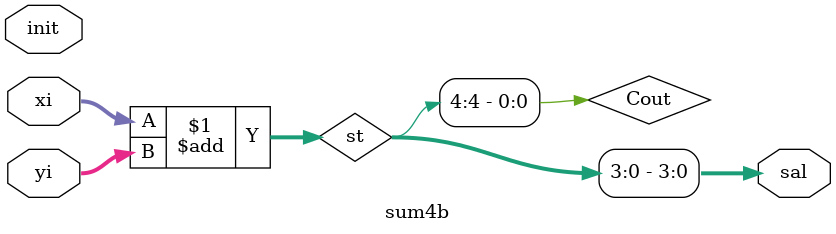
<source format=v>
`timescale 1ns / 1ps

module sum4b(init, xi, yi,sal);

  input init;
  input [3 :0] xi;
  input [3 :0] yi;
  output [3 :0] sal;
  
  
  wire [4:0] st;
  assign sal= st[3:0];
  assign Cout = st[4];

  assign st  = 	xi+yi;

endmodule

</source>
